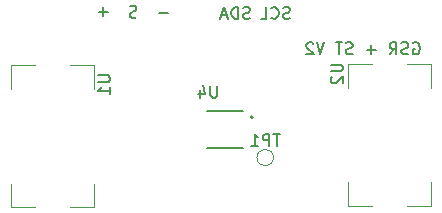
<source format=gbr>
%TF.GenerationSoftware,KiCad,Pcbnew,(6.0.4)*%
%TF.CreationDate,2022-08-01T11:19:28+10:00*%
%TF.ProjectId,GSR + ST V2,47535220-2b20-4535-9420-56322e6b6963,rev?*%
%TF.SameCoordinates,Original*%
%TF.FileFunction,Legend,Bot*%
%TF.FilePolarity,Positive*%
%FSLAX46Y46*%
G04 Gerber Fmt 4.6, Leading zero omitted, Abs format (unit mm)*
G04 Created by KiCad (PCBNEW (6.0.4)) date 2022-08-01 11:19:28*
%MOMM*%
%LPD*%
G01*
G04 APERTURE LIST*
%ADD10C,0.150000*%
%ADD11C,0.127000*%
%ADD12C,0.200000*%
%ADD13C,0.120000*%
G04 APERTURE END LIST*
D10*
X199114285Y-106804761D02*
X198971428Y-106852380D01*
X198733333Y-106852380D01*
X198638095Y-106804761D01*
X198590476Y-106757142D01*
X198542857Y-106661904D01*
X198542857Y-106566666D01*
X198590476Y-106471428D01*
X198638095Y-106423809D01*
X198733333Y-106376190D01*
X198923809Y-106328571D01*
X199019047Y-106280952D01*
X199066666Y-106233333D01*
X199114285Y-106138095D01*
X199114285Y-106042857D01*
X199066666Y-105947619D01*
X199019047Y-105900000D01*
X198923809Y-105852380D01*
X198685714Y-105852380D01*
X198542857Y-105900000D01*
X198114285Y-106852380D02*
X198114285Y-105852380D01*
X197876190Y-105852380D01*
X197733333Y-105900000D01*
X197638095Y-105995238D01*
X197590476Y-106090476D01*
X197542857Y-106280952D01*
X197542857Y-106423809D01*
X197590476Y-106614285D01*
X197638095Y-106709523D01*
X197733333Y-106804761D01*
X197876190Y-106852380D01*
X198114285Y-106852380D01*
X197161904Y-106566666D02*
X196685714Y-106566666D01*
X197257142Y-106852380D02*
X196923809Y-105852380D01*
X196590476Y-106852380D01*
X202490476Y-106804761D02*
X202347619Y-106852380D01*
X202109523Y-106852380D01*
X202014285Y-106804761D01*
X201966666Y-106757142D01*
X201919047Y-106661904D01*
X201919047Y-106566666D01*
X201966666Y-106471428D01*
X202014285Y-106423809D01*
X202109523Y-106376190D01*
X202300000Y-106328571D01*
X202395238Y-106280952D01*
X202442857Y-106233333D01*
X202490476Y-106138095D01*
X202490476Y-106042857D01*
X202442857Y-105947619D01*
X202395238Y-105900000D01*
X202300000Y-105852380D01*
X202061904Y-105852380D01*
X201919047Y-105900000D01*
X200919047Y-106757142D02*
X200966666Y-106804761D01*
X201109523Y-106852380D01*
X201204761Y-106852380D01*
X201347619Y-106804761D01*
X201442857Y-106709523D01*
X201490476Y-106614285D01*
X201538095Y-106423809D01*
X201538095Y-106280952D01*
X201490476Y-106090476D01*
X201442857Y-105995238D01*
X201347619Y-105900000D01*
X201204761Y-105852380D01*
X201109523Y-105852380D01*
X200966666Y-105900000D01*
X200919047Y-105947619D01*
X200014285Y-106852380D02*
X200490476Y-106852380D01*
X200490476Y-105852380D01*
X189485714Y-106704761D02*
X189342857Y-106752380D01*
X189104761Y-106752380D01*
X189009523Y-106704761D01*
X188961904Y-106657142D01*
X188914285Y-106561904D01*
X188914285Y-106466666D01*
X188961904Y-106371428D01*
X189009523Y-106323809D01*
X189104761Y-106276190D01*
X189295238Y-106228571D01*
X189390476Y-106180952D01*
X189438095Y-106133333D01*
X189485714Y-106038095D01*
X189485714Y-105942857D01*
X189438095Y-105847619D01*
X189390476Y-105800000D01*
X189295238Y-105752380D01*
X189057142Y-105752380D01*
X188914285Y-105800000D01*
X212938095Y-108900000D02*
X213033333Y-108852380D01*
X213176190Y-108852380D01*
X213319047Y-108900000D01*
X213414285Y-108995238D01*
X213461904Y-109090476D01*
X213509523Y-109280952D01*
X213509523Y-109423809D01*
X213461904Y-109614285D01*
X213414285Y-109709523D01*
X213319047Y-109804761D01*
X213176190Y-109852380D01*
X213080952Y-109852380D01*
X212938095Y-109804761D01*
X212890476Y-109757142D01*
X212890476Y-109423809D01*
X213080952Y-109423809D01*
X212509523Y-109804761D02*
X212366666Y-109852380D01*
X212128571Y-109852380D01*
X212033333Y-109804761D01*
X211985714Y-109757142D01*
X211938095Y-109661904D01*
X211938095Y-109566666D01*
X211985714Y-109471428D01*
X212033333Y-109423809D01*
X212128571Y-109376190D01*
X212319047Y-109328571D01*
X212414285Y-109280952D01*
X212461904Y-109233333D01*
X212509523Y-109138095D01*
X212509523Y-109042857D01*
X212461904Y-108947619D01*
X212414285Y-108900000D01*
X212319047Y-108852380D01*
X212080952Y-108852380D01*
X211938095Y-108900000D01*
X210938095Y-109852380D02*
X211271428Y-109376190D01*
X211509523Y-109852380D02*
X211509523Y-108852380D01*
X211128571Y-108852380D01*
X211033333Y-108900000D01*
X210985714Y-108947619D01*
X210938095Y-109042857D01*
X210938095Y-109185714D01*
X210985714Y-109280952D01*
X211033333Y-109328571D01*
X211128571Y-109376190D01*
X211509523Y-109376190D01*
X209747619Y-109471428D02*
X208985714Y-109471428D01*
X209366666Y-109852380D02*
X209366666Y-109090476D01*
X207795238Y-109804761D02*
X207652380Y-109852380D01*
X207414285Y-109852380D01*
X207319047Y-109804761D01*
X207271428Y-109757142D01*
X207223809Y-109661904D01*
X207223809Y-109566666D01*
X207271428Y-109471428D01*
X207319047Y-109423809D01*
X207414285Y-109376190D01*
X207604761Y-109328571D01*
X207700000Y-109280952D01*
X207747619Y-109233333D01*
X207795238Y-109138095D01*
X207795238Y-109042857D01*
X207747619Y-108947619D01*
X207700000Y-108900000D01*
X207604761Y-108852380D01*
X207366666Y-108852380D01*
X207223809Y-108900000D01*
X206938095Y-108852380D02*
X206366666Y-108852380D01*
X206652380Y-109852380D02*
X206652380Y-108852380D01*
X205414285Y-108852380D02*
X205080952Y-109852380D01*
X204747619Y-108852380D01*
X204461904Y-108947619D02*
X204414285Y-108900000D01*
X204319047Y-108852380D01*
X204080952Y-108852380D01*
X203985714Y-108900000D01*
X203938095Y-108947619D01*
X203890476Y-109042857D01*
X203890476Y-109138095D01*
X203938095Y-109280952D01*
X204509523Y-109852380D01*
X203890476Y-109852380D01*
X192180952Y-106371428D02*
X191419047Y-106371428D01*
X187080952Y-106271428D02*
X186319047Y-106271428D01*
X186700000Y-106652380D02*
X186700000Y-105890476D01*
%TO.C,U4*%
X196336904Y-112517380D02*
X196336904Y-113326904D01*
X196289285Y-113422142D01*
X196241666Y-113469761D01*
X196146428Y-113517380D01*
X195955952Y-113517380D01*
X195860714Y-113469761D01*
X195813095Y-113422142D01*
X195765476Y-113326904D01*
X195765476Y-112517380D01*
X194860714Y-112850714D02*
X194860714Y-113517380D01*
X195098809Y-112469761D02*
X195336904Y-113184047D01*
X194717857Y-113184047D01*
%TO.C,U2*%
X205952380Y-110738095D02*
X206761904Y-110738095D01*
X206857142Y-110785714D01*
X206904761Y-110833333D01*
X206952380Y-110928571D01*
X206952380Y-111119047D01*
X206904761Y-111214285D01*
X206857142Y-111261904D01*
X206761904Y-111309523D01*
X205952380Y-111309523D01*
X206047619Y-111738095D02*
X206000000Y-111785714D01*
X205952380Y-111880952D01*
X205952380Y-112119047D01*
X206000000Y-112214285D01*
X206047619Y-112261904D01*
X206142857Y-112309523D01*
X206238095Y-112309523D01*
X206380952Y-112261904D01*
X206952380Y-111690476D01*
X206952380Y-112309523D01*
%TO.C,TP1*%
X201661904Y-116604380D02*
X201090476Y-116604380D01*
X201376190Y-117604380D02*
X201376190Y-116604380D01*
X200757142Y-117604380D02*
X200757142Y-116604380D01*
X200376190Y-116604380D01*
X200280952Y-116652000D01*
X200233333Y-116699619D01*
X200185714Y-116794857D01*
X200185714Y-116937714D01*
X200233333Y-117032952D01*
X200280952Y-117080571D01*
X200376190Y-117128190D01*
X200757142Y-117128190D01*
X199233333Y-117604380D02*
X199804761Y-117604380D01*
X199519047Y-117604380D02*
X199519047Y-116604380D01*
X199614285Y-116747238D01*
X199709523Y-116842476D01*
X199804761Y-116890095D01*
%TO.C,U1*%
X186252380Y-111638095D02*
X187061904Y-111638095D01*
X187157142Y-111685714D01*
X187204761Y-111733333D01*
X187252380Y-111828571D01*
X187252380Y-112019047D01*
X187204761Y-112114285D01*
X187157142Y-112161904D01*
X187061904Y-112209523D01*
X186252380Y-112209523D01*
X187252380Y-113209523D02*
X187252380Y-112638095D01*
X187252380Y-112923809D02*
X186252380Y-112923809D01*
X186395238Y-112828571D01*
X186490476Y-112733333D01*
X186538095Y-112638095D01*
D11*
%TO.C,U4*%
X198500000Y-114615000D02*
X195500000Y-114615000D01*
X195500000Y-117785000D02*
X198500000Y-117785000D01*
D12*
X199355000Y-115200000D02*
G75*
G03*
X199355000Y-115200000I-100000J0D01*
G01*
D13*
%TO.C,U2*%
X207405000Y-120695000D02*
X207405000Y-122695000D01*
X207405000Y-110695000D02*
X207405000Y-112695000D01*
X212405000Y-122695000D02*
X214405000Y-122695000D01*
X214405000Y-122695000D02*
X214405000Y-120695000D01*
X214405000Y-110695000D02*
X214405000Y-112695000D01*
X207405000Y-122695000D02*
X209405000Y-122695000D01*
X209405000Y-110695000D02*
X207405000Y-110695000D01*
X214405000Y-110695000D02*
X212405000Y-110695000D01*
%TO.C,TP1*%
X201100000Y-118600000D02*
G75*
G03*
X201100000Y-118600000I-700000J0D01*
G01*
%TO.C,U1*%
X185900000Y-122800000D02*
X185900000Y-120800000D01*
X185900000Y-110800000D02*
X183900000Y-110800000D01*
X178900000Y-122800000D02*
X180900000Y-122800000D01*
X180900000Y-110800000D02*
X178900000Y-110800000D01*
X183900000Y-122800000D02*
X185900000Y-122800000D01*
X178900000Y-120800000D02*
X178900000Y-122800000D01*
X185900000Y-110800000D02*
X185900000Y-112800000D01*
X178900000Y-110800000D02*
X178900000Y-112800000D01*
%TD*%
M02*

</source>
